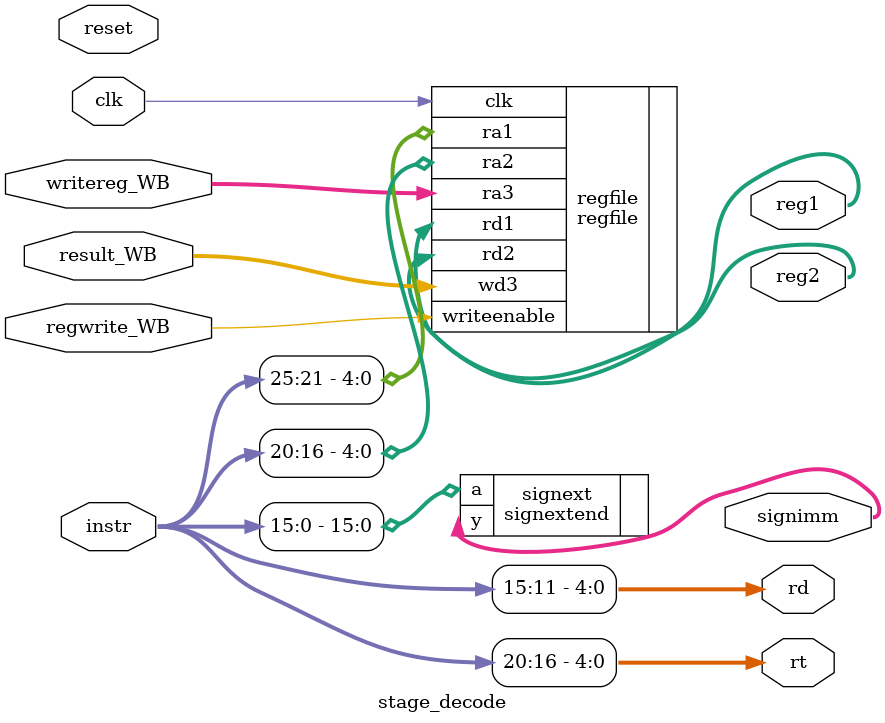
<source format=sv>
module stage_decode (input logic clk, 
                    input logic reset,
                    input logic [31:0] instr,
                    // From writeback stage
                    input logic regwrite_WB,
                    input logic [31:0] result_WB,
                    input logic [4:0] writereg_WB,
                    
						  output logic [4:0] rt,
						  output logic [4:0] rd,
                    output logic [31:0] reg1, 
						  output logic [31:0] reg2,
                    output logic [31:0] signimm);

	regfile      regfile(.clk(clk), 
	                     .writeenable(regwrite_WB), 
								.ra1(instr[25:21]), 
						      .ra2(instr[20:16]), 
								.ra3(writereg_WB),
						      .wd3(result_WB), 
								.rd1(reg1), 
								.rd2(reg2));

    signextend  signext(.a(instr[15:0]), 
	                     .y(signimm));
		
	 assign rt = instr[20:16];
	 assign rd = instr[15:11];
endmodule 
</source>
